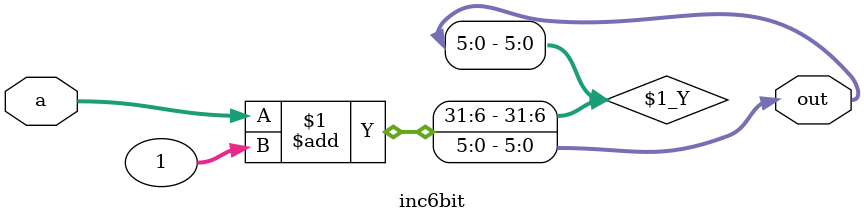
<source format=v>
`timescale 1ns / 1ps


module inc6bit(
    input [5:0] a,
    output [5:0] out
    );
    assign out = a+1;
endmodule

</source>
